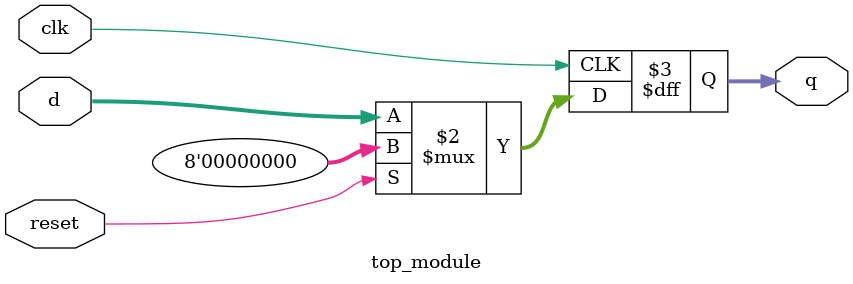
<source format=v>
module top_module (
    input clk,
    input reset,            // Synchronous reset
    input [7:0] d,
    output [7:0] q
);

    always @(posedge clk) begin
        q <= (reset)? '0 : d;
    end

endmodule

</source>
